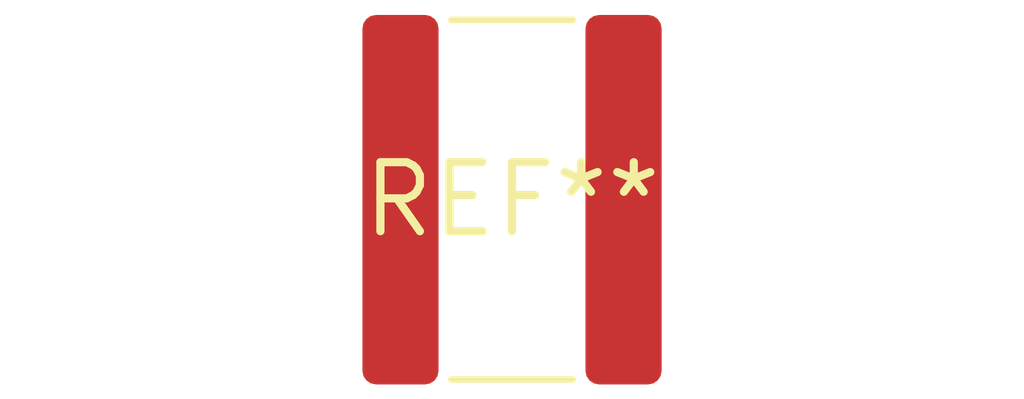
<source format=kicad_pcb>
(kicad_pcb (version 20240108) (generator pcbnew)
  (layers (0 "F.Cu" signal) (31 "B.Cu" signal) (34 "B.Paste" user) (35 "F.Paste" user) (36 "B.SilkS" user "B.Silkscreen") (37 "F.SilkS" user "F.Silkscreen") (38 "B.Mask" user) (39 "F.Mask" user) (44 "Edge.Cuts" user))
  (net 0 "")
  (footprint "C_1825_4564Metric" (layer "F.Cu") (at 0 0)
    (property "Reference" "REF**")
    (property "Value" "C_1825_4564Metric")
    (fp_line (start -1.115748 -3.31) (end 1.115748 -3.31) (layer "F.SilkS") (stroke (width 0.12)))
    (fp_line (start -1.115748 3.31) (end 1.115748 3.31) (layer "F.SilkS") (stroke (width 0.12)))
    (pad "1" smd roundrect (at -2.05 0) (size 1.4 6.8) (layers "F.Cu" "F.Paste" "F.Mask") (roundrect_rratio 0.178571))
    (pad "2" smd roundrect (at 2.05 0) (size 1.4 6.8) (layers "F.Cu" "F.Paste" "F.Mask") (roundrect_rratio 0.178571))
  )
)
</source>
